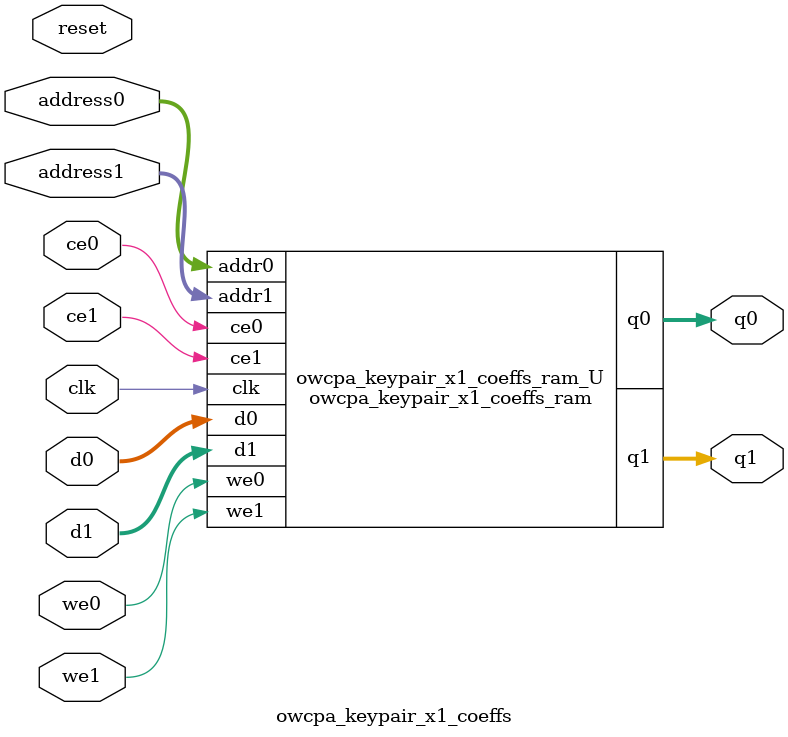
<source format=v>
`timescale 1 ns / 1 ps
module owcpa_keypair_x1_coeffs_ram (addr0, ce0, d0, we0, q0, addr1, ce1, d1, we1, q1,  clk);

parameter DWIDTH = 16;
parameter AWIDTH = 10;
parameter MEM_SIZE = 701;

input[AWIDTH-1:0] addr0;
input ce0;
input[DWIDTH-1:0] d0;
input we0;
output reg[DWIDTH-1:0] q0;
input[AWIDTH-1:0] addr1;
input ce1;
input[DWIDTH-1:0] d1;
input we1;
output reg[DWIDTH-1:0] q1;
input clk;

(* ram_style = "block" *)reg [DWIDTH-1:0] ram[0:MEM_SIZE-1];




always @(posedge clk)  
begin 
    if (ce0) 
    begin
        if (we0) 
        begin 
            ram[addr0] <= d0; 
        end 
        q0 <= ram[addr0];
    end
end


always @(posedge clk)  
begin 
    if (ce1) 
    begin
        if (we1) 
        begin 
            ram[addr1] <= d1; 
        end 
        q1 <= ram[addr1];
    end
end


endmodule

`timescale 1 ns / 1 ps
module owcpa_keypair_x1_coeffs(
    reset,
    clk,
    address0,
    ce0,
    we0,
    d0,
    q0,
    address1,
    ce1,
    we1,
    d1,
    q1);

parameter DataWidth = 32'd16;
parameter AddressRange = 32'd701;
parameter AddressWidth = 32'd10;
input reset;
input clk;
input[AddressWidth - 1:0] address0;
input ce0;
input we0;
input[DataWidth - 1:0] d0;
output[DataWidth - 1:0] q0;
input[AddressWidth - 1:0] address1;
input ce1;
input we1;
input[DataWidth - 1:0] d1;
output[DataWidth - 1:0] q1;



owcpa_keypair_x1_coeffs_ram owcpa_keypair_x1_coeffs_ram_U(
    .clk( clk ),
    .addr0( address0 ),
    .ce0( ce0 ),
    .we0( we0 ),
    .d0( d0 ),
    .q0( q0 ),
    .addr1( address1 ),
    .ce1( ce1 ),
    .we1( we1 ),
    .d1( d1 ),
    .q1( q1 ));

endmodule


</source>
